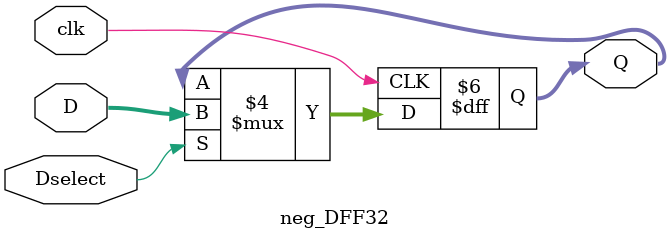
<source format=v>
`timescale 1ns / 1ps


module neg_DFF32(Dselect, clk, D, Q);
    input [31:0] D;
    input clk, Dselect;
    output reg [31:0] Q;

//    assign newclk = clk & Dselect;
//        always @(negedge newclk) begin
//            Q = D;
//    end    
    
    
    always @(negedge clk) begin
        if (Dselect==1'b1)  Q = D;
    end
endmodule

</source>
